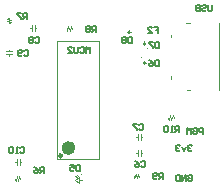
<source format=gbr>
%TF.GenerationSoftware,Altium Limited,Altium Designer,20.1.8 (145)*%
G04 Layer_Color=15790320*
%FSLAX45Y45*%
%MOMM*%
%TF.SameCoordinates,AEC8D2B5-E39B-42F7-8311-7958ED8C9E32*%
%TF.FilePolarity,Positive*%
%TF.FileFunction,Legend,Bot*%
%TF.Part,Single*%
G01*
G75*
%TA.AperFunction,NonConductor*%
%ADD29C,0.10000*%
%ADD30C,0.60000*%
%ADD31C,0.25000*%
%ADD32C,0.10160*%
%ADD33C,0.12700*%
D29*
X1068029Y1317483D02*
G03*
X1068029Y1317483I-5000J0D01*
G01*
X707040Y138857D02*
G03*
X707040Y138857I-5000J0D01*
G01*
X1216982Y1127720D02*
G03*
X1216982Y1127720I-5000J0D01*
G01*
X1266978Y1202025D02*
G03*
X1266978Y1202025I-5000J0D01*
G01*
D30*
X625760Y359620D02*
G03*
X625760Y359620I-30000J0D01*
G01*
D31*
X540680Y294540D02*
G03*
X540680Y294540I-12500J0D01*
G01*
D32*
X1461300Y946000D02*
Y966000D01*
X1595566Y849000D02*
X1626300D01*
X1461300Y1297261D02*
Y1317261D01*
X1589039Y1415000D02*
X1626300D01*
X1866300Y849000D02*
Y1415000D01*
X1095289Y1342481D02*
X1107989Y1332321D01*
X1107989Y1355181D01*
X1095289Y1342481D02*
X1107989Y1355181D01*
X1095289Y1342481D02*
X1123229D01*
X71440Y1452841D02*
X96440Y1462840D01*
X71440Y1452841D02*
X108940Y1442840D01*
X71440Y1432840D02*
X108940Y1442840D01*
X71440Y1432840D02*
X108940Y1422840D01*
X91440Y1417840D02*
X108940Y1422840D01*
X1206444Y424079D02*
Y474079D01*
X1181443Y424079D02*
Y474079D01*
X1206444Y449079D02*
X1218943D01*
X1168944D02*
X1181443D01*
X1206444Y292500D02*
Y342500D01*
X1181443Y292500D02*
Y342500D01*
X1206444Y317500D02*
X1218943D01*
X1168944D02*
X1181443D01*
X1184629Y139489D02*
X1194628Y114489D01*
X1174629Y101989D02*
X1184629Y139489D01*
X1164628D02*
X1174629Y101989D01*
X1154628D02*
X1164628Y139489D01*
X1149628Y119489D02*
X1154628Y101989D01*
X654540Y126357D02*
X664540Y116357D01*
Y133857D02*
X674540Y123857D01*
X682040Y63857D02*
Y88857D01*
X654540D02*
X682040Y63857D01*
X654540Y88857D02*
X682040Y113857D01*
Y88857D02*
Y113857D01*
Y88857D02*
X714540D01*
X178720Y120900D02*
X188719Y95900D01*
X168720Y83400D02*
X178720Y120900D01*
X158720D02*
X168720Y83400D01*
X148720D02*
X158720Y120900D01*
X143720Y100900D02*
X148720Y83400D01*
X181220Y218840D02*
Y268840D01*
X156219Y218840D02*
Y268840D01*
X181220Y243840D02*
X193719D01*
X143720D02*
X156219D01*
X66440Y1154600D02*
X116440D01*
X66440Y1179600D02*
X116440D01*
X91440Y1142100D02*
Y1154600D01*
Y1179600D02*
Y1192100D01*
X285982Y1346725D02*
Y1396725D01*
X310982Y1346725D02*
Y1396725D01*
X273482Y1371725D02*
X285982D01*
X310982D02*
X323482D01*
X500680Y1264540D02*
X855680D01*
X500680Y264540D02*
X855680D01*
Y1264540D01*
X500680Y264540D02*
Y1264540D01*
X615587Y1391725D02*
X625587Y1366725D01*
X605587Y1354225D02*
X615587Y1391725D01*
X595587D02*
X605587Y1354225D01*
X585587D02*
X595587Y1391725D01*
X580587Y1371725D02*
X585587Y1354225D01*
X1226820Y1082760D02*
X1236980Y1095460D01*
X1226820Y1082760D02*
X1249680Y1082760D01*
X1236980Y1095460D02*
X1249680Y1082760D01*
X1236980Y1067520D02*
Y1095460D01*
Y1234285D02*
X1247140Y1246985D01*
X1224280Y1246985D02*
X1247140Y1246985D01*
X1224280Y1246985D02*
X1236980Y1234285D01*
Y1262225D01*
X1476740Y634680D02*
X1486740Y609680D01*
X1466741Y597180D02*
X1476740Y634680D01*
X1456740D02*
X1466741Y597180D01*
X1446740D02*
X1456740Y634680D01*
X1441740Y614680D02*
X1446740Y597180D01*
D33*
X1608656Y123608D02*
X1617119Y132072D01*
X1634047D01*
X1642511Y123608D01*
Y89752D01*
X1634047Y81288D01*
X1617119D01*
X1608656Y89752D01*
Y106680D01*
X1625583D01*
X1591728Y81288D02*
Y132072D01*
X1557872Y81288D01*
Y132072D01*
X1540944D02*
Y81288D01*
X1515552D01*
X1507089Y89752D01*
Y123608D01*
X1515552Y132072D01*
X1540944D01*
X1642511Y377608D02*
X1634047Y386072D01*
X1617119D01*
X1608656Y377608D01*
Y369144D01*
X1617119Y360680D01*
X1625583D01*
X1617119D01*
X1608656Y352216D01*
Y343752D01*
X1617119Y335288D01*
X1634047D01*
X1642511Y343752D01*
X1591728Y369144D02*
X1574800Y335288D01*
X1557872Y369144D01*
X1540944Y377608D02*
X1532480Y386072D01*
X1515552D01*
X1507089Y377608D01*
Y369144D01*
X1515552Y360680D01*
X1524017D01*
X1515552D01*
X1507089Y352216D01*
Y343752D01*
X1515552Y335288D01*
X1532480D01*
X1540944Y343752D01*
X1731411Y480068D02*
Y530852D01*
X1706019D01*
X1697556Y522388D01*
Y505460D01*
X1706019Y496996D01*
X1731411D01*
X1646772Y522388D02*
X1655236Y530852D01*
X1672164D01*
X1680628Y522388D01*
Y488532D01*
X1672164Y480068D01*
X1655236D01*
X1646772Y488532D01*
Y505460D01*
X1663700D01*
X1629844Y480068D02*
Y530852D01*
X1612917Y513924D01*
X1595989Y530852D01*
Y480068D01*
X1812691Y1567172D02*
Y1524852D01*
X1804227Y1516388D01*
X1787299D01*
X1778836Y1524852D01*
Y1567172D01*
X1728052Y1558708D02*
X1736516Y1567172D01*
X1753444D01*
X1761908Y1558708D01*
Y1550244D01*
X1753444Y1541780D01*
X1736516D01*
X1728052Y1533316D01*
Y1524852D01*
X1736516Y1516388D01*
X1753444D01*
X1761908Y1524852D01*
X1711124Y1567172D02*
Y1516388D01*
X1685732D01*
X1677269Y1524852D01*
Y1533316D01*
X1685732Y1541780D01*
X1711124D01*
X1685732D01*
X1677269Y1550244D01*
Y1558708D01*
X1685732Y1567172D01*
X1711124D01*
X776641Y1163303D02*
Y1214087D01*
X759713Y1197159D01*
X742785Y1214087D01*
Y1163303D01*
X692001Y1205623D02*
X700465Y1214087D01*
X717393D01*
X725857Y1205623D01*
Y1171767D01*
X717393Y1163303D01*
X700465D01*
X692001Y1171767D01*
X675074Y1214087D02*
Y1171767D01*
X666610Y1163303D01*
X649682D01*
X641218Y1171767D01*
Y1214087D01*
X590434Y1163303D02*
X624290D01*
X590434Y1197159D01*
Y1205623D01*
X598898Y1214087D01*
X615826D01*
X624290Y1205623D01*
X1530506Y496407D02*
Y547190D01*
X1505114D01*
X1496651Y538727D01*
Y521799D01*
X1505114Y513335D01*
X1530506D01*
X1513578D02*
X1496651Y496407D01*
X1479723D02*
X1462795D01*
X1471259D01*
Y547190D01*
X1479723Y538727D01*
X1437403D02*
X1428939Y547190D01*
X1412011D01*
X1403547Y538727D01*
Y504871D01*
X1412011Y496407D01*
X1428939D01*
X1437403Y504871D01*
Y538727D01*
X1392675Y96488D02*
Y147271D01*
X1367283D01*
X1358819Y138807D01*
Y121880D01*
X1367283Y113416D01*
X1392675D01*
X1375747D02*
X1358819Y96488D01*
X1341891Y104952D02*
X1333427Y96488D01*
X1316499D01*
X1308035Y104952D01*
Y138807D01*
X1316499Y147271D01*
X1333427D01*
X1341891Y138807D01*
Y130343D01*
X1333427Y121880D01*
X1308035D01*
X829196Y1341924D02*
Y1392708D01*
X803805D01*
X795341Y1384244D01*
Y1367316D01*
X803805Y1358852D01*
X829196D01*
X812269D02*
X795341Y1341924D01*
X778413Y1384244D02*
X769949Y1392708D01*
X753021D01*
X744557Y1384244D01*
Y1375780D01*
X753021Y1367316D01*
X744557Y1358852D01*
Y1350388D01*
X753021Y1341924D01*
X769949D01*
X778413Y1350388D01*
Y1358852D01*
X769949Y1367316D01*
X778413Y1375780D01*
Y1384244D01*
X769949Y1367316D02*
X753021D01*
X240892Y1448889D02*
Y1499672D01*
X215500D01*
X207036Y1491208D01*
Y1474281D01*
X215500Y1465816D01*
X240892D01*
X223964D02*
X207036Y1448889D01*
X190108Y1499672D02*
X156253D01*
Y1491208D01*
X190108Y1457353D01*
Y1448889D01*
X392582Y150322D02*
Y201106D01*
X367191D01*
X358727Y192642D01*
Y175714D01*
X367191Y167250D01*
X392582D01*
X375655D02*
X358727Y150322D01*
X307943Y201106D02*
X324871Y192642D01*
X341799Y175714D01*
Y158786D01*
X333335Y150322D01*
X316407D01*
X307943Y158786D01*
Y167250D01*
X316407Y175714D01*
X341799D01*
X1321239Y1385376D02*
X1355094D01*
Y1359985D01*
X1338166D01*
X1355094D01*
Y1334593D01*
X1270455D02*
X1304311D01*
X1270455Y1368448D01*
Y1376912D01*
X1278919Y1385376D01*
X1295847D01*
X1304311Y1376912D01*
X1130306Y1297691D02*
Y1246908D01*
X1104914D01*
X1096451Y1255372D01*
Y1289228D01*
X1104914Y1297691D01*
X1130306D01*
X1079523Y1289228D02*
X1071059Y1297691D01*
X1054131D01*
X1045667Y1289228D01*
Y1280764D01*
X1054131Y1272300D01*
X1045667Y1263836D01*
Y1255372D01*
X1054131Y1246908D01*
X1071059D01*
X1079523Y1255372D01*
Y1263836D01*
X1071059Y1272300D01*
X1079523Y1280764D01*
Y1289228D01*
X1071059Y1272300D02*
X1054131D01*
X1361694Y1256938D02*
Y1206154D01*
X1336302D01*
X1327839Y1214618D01*
Y1248474D01*
X1336302Y1256938D01*
X1361694D01*
X1310911D02*
X1277055D01*
Y1248474D01*
X1310911Y1214618D01*
Y1206154D01*
X1359483Y1107073D02*
Y1056290D01*
X1334092D01*
X1325628Y1064754D01*
Y1098610D01*
X1334092Y1107073D01*
X1359483D01*
X1274844D02*
X1291772Y1098610D01*
X1308700Y1081682D01*
Y1064754D01*
X1300236Y1056290D01*
X1283308D01*
X1274844Y1064754D01*
Y1073218D01*
X1283308Y1081682D01*
X1308700D01*
X695664Y213049D02*
Y162266D01*
X670272D01*
X661808Y170730D01*
Y204586D01*
X670272Y213049D01*
X695664D01*
X611025D02*
X644880D01*
Y187658D01*
X627953Y196122D01*
X619488D01*
X611025Y187658D01*
Y170730D01*
X619488Y162266D01*
X636416D01*
X644880Y170730D01*
X182448Y355597D02*
X190912Y364060D01*
X207840D01*
X216304Y355597D01*
Y321741D01*
X207840Y313277D01*
X190912D01*
X182448Y321741D01*
X165520Y313277D02*
X148592D01*
X157056D01*
Y364060D01*
X165520Y355597D01*
X123200D02*
X114736Y364060D01*
X97809D01*
X89345Y355597D01*
Y321741D01*
X97809Y313277D01*
X114736D01*
X123200Y321741D01*
Y355597D01*
X216744Y1180248D02*
X225208Y1188712D01*
X242135D01*
X250599Y1180248D01*
Y1146392D01*
X242135Y1137928D01*
X225208D01*
X216744Y1146392D01*
X199816D02*
X191352Y1137928D01*
X174424D01*
X165960Y1146392D01*
Y1180248D01*
X174424Y1188712D01*
X191352D01*
X199816Y1180248D01*
Y1171784D01*
X191352Y1163320D01*
X165960D01*
X311188Y1293454D02*
X319652Y1301918D01*
X336580D01*
X345044Y1293454D01*
Y1259598D01*
X336580Y1251134D01*
X319652D01*
X311188Y1259598D01*
X294261Y1293454D02*
X285796Y1301918D01*
X268869D01*
X260405Y1293454D01*
Y1284990D01*
X268869Y1276526D01*
X260405Y1268062D01*
Y1259598D01*
X268869Y1251134D01*
X285796D01*
X294261Y1259598D01*
Y1268062D01*
X285796Y1276526D01*
X294261Y1284990D01*
Y1293454D01*
X285796Y1276526D02*
X268869D01*
X1195909Y558244D02*
X1204373Y566708D01*
X1221301D01*
X1229765Y558244D01*
Y524388D01*
X1221301Y515924D01*
X1204373D01*
X1195909Y524388D01*
X1178981Y566708D02*
X1145125D01*
Y558244D01*
X1178981Y524388D01*
Y515924D01*
X1206231Y241874D02*
X1214695Y250337D01*
X1231623D01*
X1240087Y241874D01*
Y208018D01*
X1231623Y199554D01*
X1214695D01*
X1206231Y208018D01*
X1155448Y250337D02*
X1172375Y241874D01*
X1189303Y224946D01*
Y208018D01*
X1180839Y199554D01*
X1163911D01*
X1155448Y208018D01*
Y216482D01*
X1163911Y224946D01*
X1189303D01*
%TF.MD5,fcb67dd0ad686d76562618714cd0acee*%
M02*

</source>
